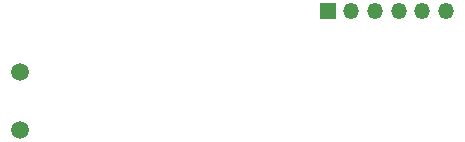
<source format=gbs>
G04 #@! TF.GenerationSoftware,KiCad,Pcbnew,(7.0.0-rc1-70-g9298defd3f)*
G04 #@! TF.CreationDate,2023-01-17T15:38:26-05:00*
G04 #@! TF.ProjectId,snes_dejitter,736e6573-5f64-4656-9a69-747465722e6b,rev?*
G04 #@! TF.SameCoordinates,Original*
G04 #@! TF.FileFunction,Soldermask,Bot*
G04 #@! TF.FilePolarity,Negative*
%FSLAX46Y46*%
G04 Gerber Fmt 4.6, Leading zero omitted, Abs format (unit mm)*
G04 Created by KiCad (PCBNEW (7.0.0-rc1-70-g9298defd3f)) date 2023-01-17 15:38:26*
%MOMM*%
%LPD*%
G01*
G04 APERTURE LIST*
%ADD10C,1.500000*%
%ADD11R,1.350000X1.350000*%
%ADD12O,1.350000X1.350000*%
G04 APERTURE END LIST*
D10*
X19000000Y-24950000D03*
X19000000Y-20070000D03*
D11*
X45056999Y-14887999D03*
D12*
X47056999Y-14887999D03*
X49056999Y-14887999D03*
X51056999Y-14887999D03*
X53056999Y-14887999D03*
X55056999Y-14887999D03*
M02*

</source>
